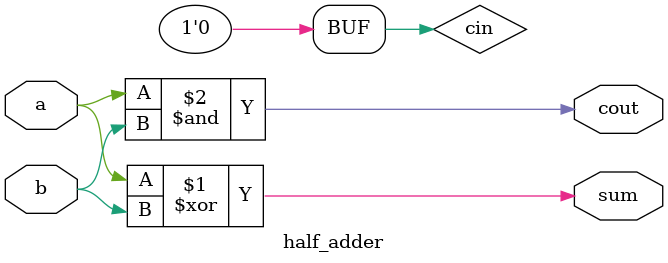
<source format=v>
module half_adder( 
input a, b,
output cout, sum );
wire cin = 1'b0;
assign sum = a ^ b;
assign cout = a & b;
endmodule

</source>
